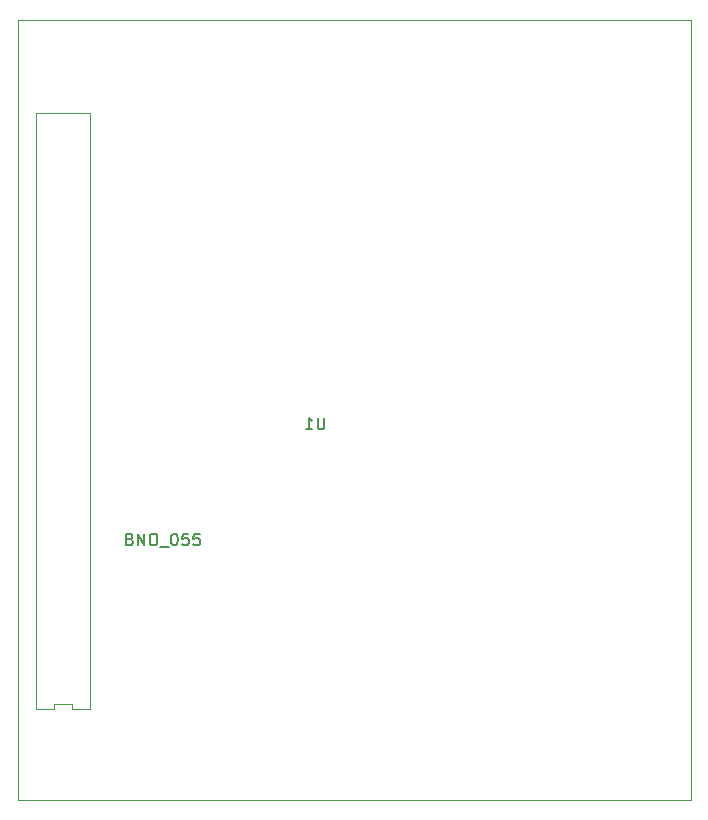
<source format=gbr>
%TF.GenerationSoftware,KiCad,Pcbnew,(5.1.10)-1*%
%TF.CreationDate,2022-03-11T11:42:31-05:00*%
%TF.ProjectId,PiShield,50695368-6965-46c6-942e-6b696361645f,rev?*%
%TF.SameCoordinates,Original*%
%TF.FileFunction,Legend,Top*%
%TF.FilePolarity,Positive*%
%FSLAX46Y46*%
G04 Gerber Fmt 4.6, Leading zero omitted, Abs format (unit mm)*
G04 Created by KiCad (PCBNEW (5.1.10)-1) date 2022-03-11 11:42:31*
%MOMM*%
%LPD*%
G01*
G04 APERTURE LIST*
%ADD10C,0.120000*%
%ADD11C,0.150000*%
G04 APERTURE END LIST*
D10*
%TO.C,U1*%
X175515133Y-107668800D02*
X177035799Y-107668800D01*
X170884800Y-115378800D02*
X170884800Y-49378800D01*
X227884800Y-49378800D02*
X227884800Y-115378800D01*
X170884800Y-49378800D02*
X227884800Y-49378800D01*
X172473801Y-57208800D02*
X172473800Y-107668800D01*
X172473800Y-107668800D02*
X173994467Y-107668800D01*
X173994467Y-107668800D02*
X173994467Y-107308800D01*
X227884800Y-115378800D02*
X170884800Y-115378800D01*
X173994467Y-107308800D02*
X175515133Y-107308800D01*
X175515133Y-107308800D02*
X175515133Y-107668800D01*
X177035800Y-57208800D02*
X172473801Y-57208800D01*
X177035799Y-107668800D02*
X177035800Y-57208800D01*
%TO.C,U10*%
D11*
X180389685Y-93326571D02*
X180532542Y-93374190D01*
X180580161Y-93421809D01*
X180627780Y-93517047D01*
X180627780Y-93659904D01*
X180580161Y-93755142D01*
X180532542Y-93802761D01*
X180437304Y-93850380D01*
X180056352Y-93850380D01*
X180056352Y-92850380D01*
X180389685Y-92850380D01*
X180484923Y-92898000D01*
X180532542Y-92945619D01*
X180580161Y-93040857D01*
X180580161Y-93136095D01*
X180532542Y-93231333D01*
X180484923Y-93278952D01*
X180389685Y-93326571D01*
X180056352Y-93326571D01*
X181056352Y-93850380D02*
X181056352Y-92850380D01*
X181627780Y-93850380D01*
X181627780Y-92850380D01*
X182294447Y-92850380D02*
X182484923Y-92850380D01*
X182580161Y-92898000D01*
X182675400Y-92993238D01*
X182723019Y-93183714D01*
X182723019Y-93517047D01*
X182675400Y-93707523D01*
X182580161Y-93802761D01*
X182484923Y-93850380D01*
X182294447Y-93850380D01*
X182199209Y-93802761D01*
X182103971Y-93707523D01*
X182056352Y-93517047D01*
X182056352Y-93183714D01*
X182103971Y-92993238D01*
X182199209Y-92898000D01*
X182294447Y-92850380D01*
X182913495Y-93945619D02*
X183675400Y-93945619D01*
X184103971Y-92850380D02*
X184199209Y-92850380D01*
X184294447Y-92898000D01*
X184342066Y-92945619D01*
X184389685Y-93040857D01*
X184437304Y-93231333D01*
X184437304Y-93469428D01*
X184389685Y-93659904D01*
X184342066Y-93755142D01*
X184294447Y-93802761D01*
X184199209Y-93850380D01*
X184103971Y-93850380D01*
X184008733Y-93802761D01*
X183961114Y-93755142D01*
X183913495Y-93659904D01*
X183865876Y-93469428D01*
X183865876Y-93231333D01*
X183913495Y-93040857D01*
X183961114Y-92945619D01*
X184008733Y-92898000D01*
X184103971Y-92850380D01*
X185342066Y-92850380D02*
X184865876Y-92850380D01*
X184818257Y-93326571D01*
X184865876Y-93278952D01*
X184961114Y-93231333D01*
X185199209Y-93231333D01*
X185294447Y-93278952D01*
X185342066Y-93326571D01*
X185389685Y-93421809D01*
X185389685Y-93659904D01*
X185342066Y-93755142D01*
X185294447Y-93802761D01*
X185199209Y-93850380D01*
X184961114Y-93850380D01*
X184865876Y-93802761D01*
X184818257Y-93755142D01*
X186294447Y-92850380D02*
X185818257Y-92850380D01*
X185770638Y-93326571D01*
X185818257Y-93278952D01*
X185913495Y-93231333D01*
X186151590Y-93231333D01*
X186246828Y-93278952D01*
X186294447Y-93326571D01*
X186342066Y-93421809D01*
X186342066Y-93659904D01*
X186294447Y-93755142D01*
X186246828Y-93802761D01*
X186151590Y-93850380D01*
X185913495Y-93850380D01*
X185818257Y-93802761D01*
X185770638Y-93755142D01*
%TO.C,U1*%
X196849904Y-83026380D02*
X196849904Y-83835904D01*
X196802285Y-83931142D01*
X196754666Y-83978761D01*
X196659428Y-84026380D01*
X196468952Y-84026380D01*
X196373714Y-83978761D01*
X196326095Y-83931142D01*
X196278476Y-83835904D01*
X196278476Y-83026380D01*
X195278476Y-84026380D02*
X195849904Y-84026380D01*
X195564190Y-84026380D02*
X195564190Y-83026380D01*
X195659428Y-83169238D01*
X195754666Y-83264476D01*
X195849904Y-83312095D01*
%TD*%
M02*

</source>
